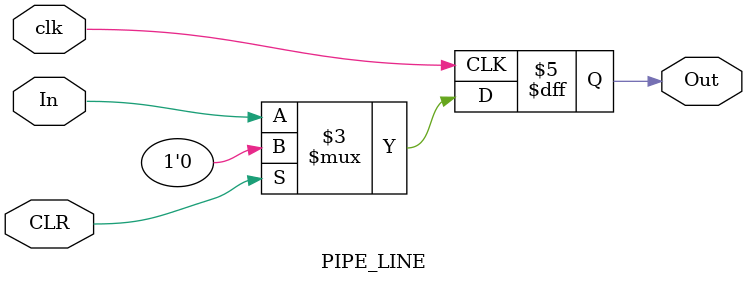
<source format=v>
module PIPE_LINE(
    //通用
    input In, input clk, input CLR, output reg Out
    //特化
);
    always @(posedge clk) begin
        if (CLR)
            {Out} <= 0;
        else begin
            Out <= In;
        end
    end

endmodule
</source>
